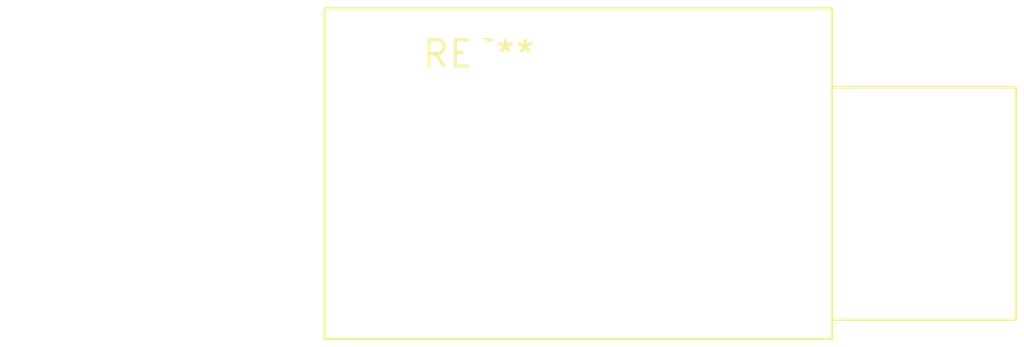
<source format=kicad_pcb>
(kicad_pcb (version 20240108) (generator pcbnew)
  (layers (0 "F.Cu" signal) (31 "B.Cu" signal) (34 "B.Paste" user) (35 "F.Paste" user) (36 "B.SilkS" user "B.Silkscreen") (37 "F.SilkS" user "F.Silkscreen") (38 "B.Mask" user) (39 "F.Mask" user) (44 "Edge.Cuts" user))
  (net 0 "")
  (footprint "Jack_6.35mm_Neutrik_NRJ6HF-1-AU_Horizontal" (layer "F.Cu") (at 0 0)
    (property "Reference" "REF**")
    (property "Value" "Jack_6.35mm_Neutrik_NRJ6HF-1-AU_Horizontal")
    (fp_line (start -7.47 -2.21) (end 17.07 -2.21) (layer "F.SilkS") (stroke (width 0.12)))
    (fp_line (start -7.47 13.78) (end -7.47 -2.21) (layer "F.SilkS") (stroke (width 0.12)))
    (fp_line (start -7.47 13.78) (end 17.07 13.78) (layer "F.SilkS") (stroke (width 0.12)))
    (fp_line (start 17.07 -2.21) (end 17.07 13.78) (layer "F.SilkS") (stroke (width 0.12)))
    (fp_line (start 25.97 1.61) (end 17.07 1.61) (layer "F.SilkS") (stroke (width 0.12)))
    (fp_line (start 25.97 12.85) (end 17.07 12.85) (layer "F.SilkS") (stroke (width 0.12)))
    (fp_line (start 25.97 12.85) (end 25.97 1.61) (layer "F.SilkS") (stroke (width 0.12)))
    (pad "" np_thru_hole circle (at 3.15 2.13) (size 3 3) (drill 3) (layers *.Cu *.Mask))
    (pad "" np_thru_hole circle (at 9.5 0) (size 2 2) (drill 2) (layers *.Cu *.Mask))
    (pad "" np_thru_hole circle (at 9.5 11.43) (size 2 2) (drill 2) (layers *.Cu *.Mask))
    (pad "G" thru_hole circle (at 12.7 11.43) (size 3 3) (drill 1.5) (layers *.Cu *.Mask) (remove_unused_layers))
    (pad "R" thru_hole circle (at 6.35 0) (size 3 3) (drill 1.5) (layers *.Cu *.Mask) (remove_unused_layers))
    (pad "RN" thru_hole circle (at 6.35 11.43) (size 3 3) (drill 1.5) (layers *.Cu *.Mask) (remove_unused_layers))
    (pad "S" thru_hole circle (at 12.7 0) (size 3 3) (drill 1.5) (layers *.Cu *.Mask) (remove_unused_layers))
    (pad "T" thru_hole circle (at 0 0) (size 3 3) (drill 1.5) (layers *.Cu *.Mask) (remove_unused_layers))
    (pad "TN" thru_hole circle (at 0 11.43) (size 3 3) (drill 1.5) (layers *.Cu *.Mask) (remove_unused_layers))
  )
)
</source>
